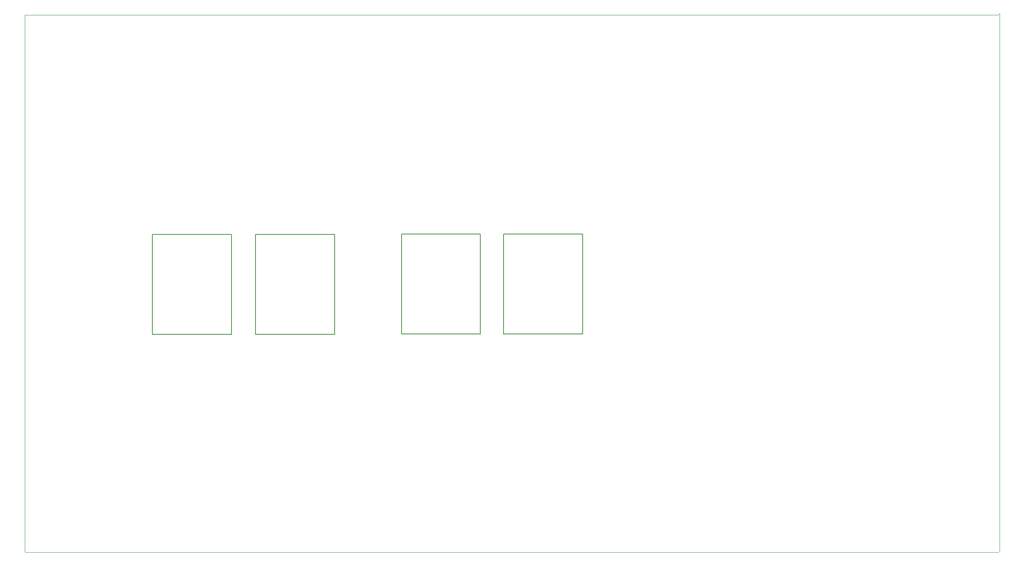
<source format=gko>
G04 Layer_Color=16711935*
%FSLAX25Y25*%
%MOIN*%
G70*
G01*
G75*
%ADD48C,0.00787*%
%ADD50C,0.00394*%
D48*
X2060709Y1044764D02*
Y1129409D01*
X1993780Y1044764D02*
Y1129409D01*
Y1044764D02*
X2060709D01*
X1993780Y1129409D02*
X2060709D01*
X1973433Y1044764D02*
Y1129409D01*
X1906504Y1044764D02*
Y1129409D01*
Y1044764D02*
X1973433D01*
X1906504Y1129409D02*
X1973433D01*
X2184291Y1045079D02*
Y1129724D01*
X2117362Y1045079D02*
Y1129724D01*
Y1045079D02*
X2184291D01*
X2117362Y1129724D02*
X2184291D01*
X2270866Y1045079D02*
Y1129724D01*
X2203937Y1045079D02*
Y1129724D01*
Y1045079D02*
X2270866D01*
X2203937Y1129724D02*
X2270866D01*
D50*
X1798347Y1315433D02*
X2622638D01*
X2623740Y1316535D01*
Y861024D02*
Y1316535D01*
X2622677Y859961D02*
X2623740Y861024D01*
X1798858Y859961D02*
X2622677D01*
X1798347Y860472D02*
X1798858Y859961D01*
X1798347Y860472D02*
Y1315433D01*
M02*

</source>
